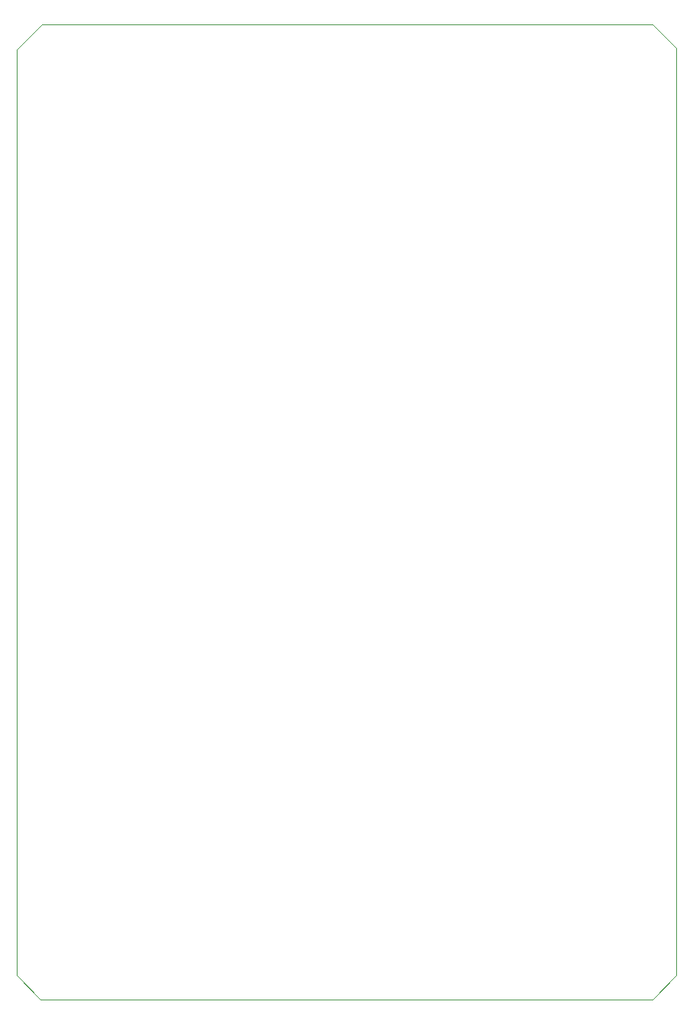
<source format=gbr>
%TF.GenerationSoftware,Altium Limited,Altium Designer,21.3.2 (30)*%
G04 Layer_Color=0*
%FSLAX25Y25*%
%MOIN*%
%TF.SameCoordinates,C3D6B9D7-463A-470E-9858-FE52AE1E130A*%
%TF.FilePolarity,Positive*%
%TF.FileFunction,Profile,NP*%
%TF.Part,Single*%
G01*
G75*
%TA.AperFunction,Profile*%
%ADD53C,0.00100*%
D53*
X500Y11000D02*
X11000Y500D01*
X278500D01*
X289000Y11000D01*
Y416000D01*
X278500Y426500D01*
X11500D01*
X500Y415500D01*
Y11000D01*
%TF.MD5,6c44434c6a43f992042267475c182d7f*%
M02*

</source>
